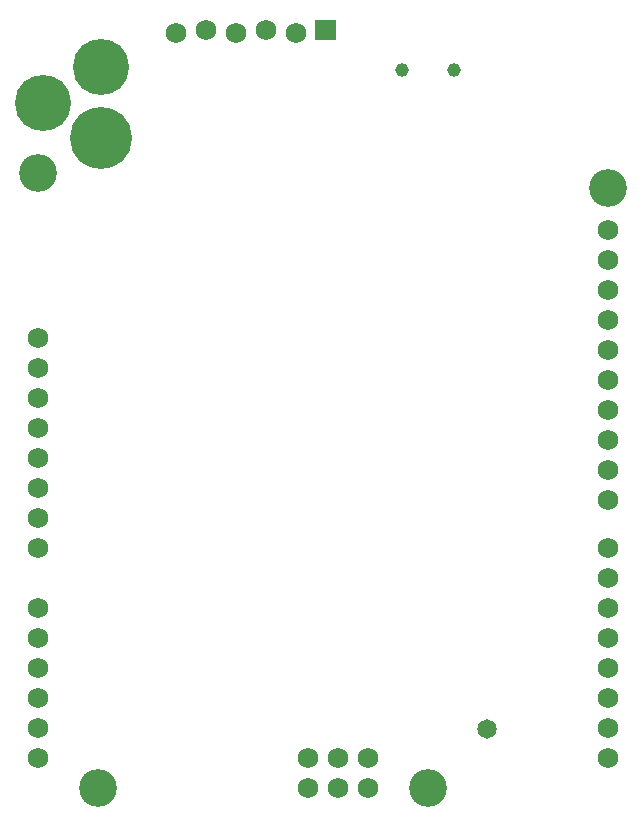
<source format=gbr>
G04 start of page 8 for group -4062 idx -4062 *
G04 Title: (unknown), soldermask *
G04 Creator: pcb 1.99z *
G04 CreationDate: Tue Apr 19 20:08:47 2016 UTC *
G04 For: matt *
G04 Format: Gerber/RS-274X *
G04 PCB-Dimensions (mil): 2500.00 3000.00 *
G04 PCB-Coordinate-Origin: lower left *
%MOIN*%
%FSLAX25Y25*%
%LNBOTTOMMASK*%
%ADD85C,0.1261*%
%ADD84C,0.1261*%
%ADD83C,0.0001*%
%ADD82C,0.0454*%
%ADD81C,0.0650*%
%ADD80C,0.2068*%
%ADD79C,0.1871*%
%ADD78C,0.0690*%
G54D78*X30000Y80000D03*
Y70000D03*
Y60000D03*
Y50000D03*
Y40000D03*
Y30000D03*
Y170000D03*
G54D79*X31709Y248492D03*
X51000Y260500D03*
G54D80*Y236878D03*
G54D78*X30000Y160000D03*
Y150000D03*
Y140000D03*
Y130000D03*
Y120000D03*
Y110000D03*
Y100000D03*
X140000Y30000D03*
Y20000D03*
X130000Y30000D03*
Y20000D03*
X120000D03*
Y30000D03*
G54D81*X179740Y39886D03*
G54D78*X220000Y30000D03*
Y40000D03*
Y50000D03*
Y60000D03*
Y70000D03*
Y80000D03*
Y90000D03*
G54D82*X151339Y259311D03*
X168661D03*
G54D83*G36*
X122338Y276284D02*Y269385D01*
X129237D01*
Y276284D01*
X122338D01*
G37*
G54D78*X115787Y271835D03*
X105787Y272835D03*
X95787Y271835D03*
X85787Y272835D03*
X75787Y271835D03*
X220000Y100000D03*
Y116000D03*
Y126000D03*
Y136000D03*
Y146000D03*
Y156000D03*
Y166000D03*
Y176000D03*
Y186000D03*
Y196000D03*
Y206000D03*
G54D84*X160000Y20000D03*
X50000D03*
X220000Y220000D03*
G54D85*X30000Y225000D03*
M02*

</source>
